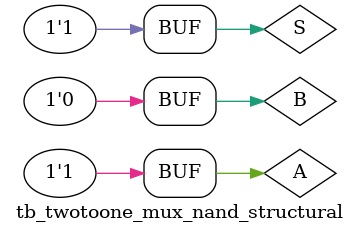
<source format=v>
`timescale 1ns / 1ps


module tb_twotoone_mux_nand_structural(

    );
    
    reg A,B,S;
    wire Z;
    
    twotoone_mux_nand_structural uut(
    .S(S),
    .A(A),
    .B(B),
    .Z(Z)
    );
    
    initial begin
    
    #10;
    S = 0; A= 0;
    #25;
    S = 1; B= 1;
    #25;
    S = 0; A= 1;
    #25;
    S = 1; B= 0;
    #25;
    end 
    
endmodule

</source>
